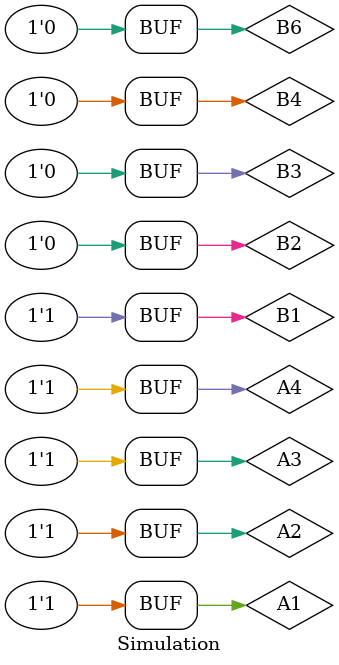
<source format=v>
`timescale 1ns / 1ps


module Simulation(

    );
    reg A1, A2, A3, A4, B1, B2, B3, B4, B5, B6;
    
    wire dp,LED1,LED2,LED3,LED4;
    wire H1, H2, H3, H4, H5, H6, H7;
    
    Password_Control test(A1, A2, A3, A4, B1, B2, B3, B4, B5, B6, LED1, LED2, LED3, LED4, H1, H2, H3, H4, H5, H6, H7, dp);
    initial begin
        B1 = 0 ; B2 = 0; B3 = 0; B4 = 0; B6 = 0;
        A1 = 1 ;A2 = 1 ; A3 = 1 ; A4 = 0 ; #100;
        B1 = 0 ; B2 = 0; B3 = 0; B4 = 0; B6 = 0;
        A1 = 1 ;A2 = 1 ; A3 = 1 ; A4 = 1 ; #100;
        B1 = 1 ; B2 = 0; B3 = 0; B4 = 0; B6 = 0;
        A1 = 1 ;A2 = 1 ; A3 = 1 ; A4 = 1 ; #100;
    end
    
endmodule

</source>
